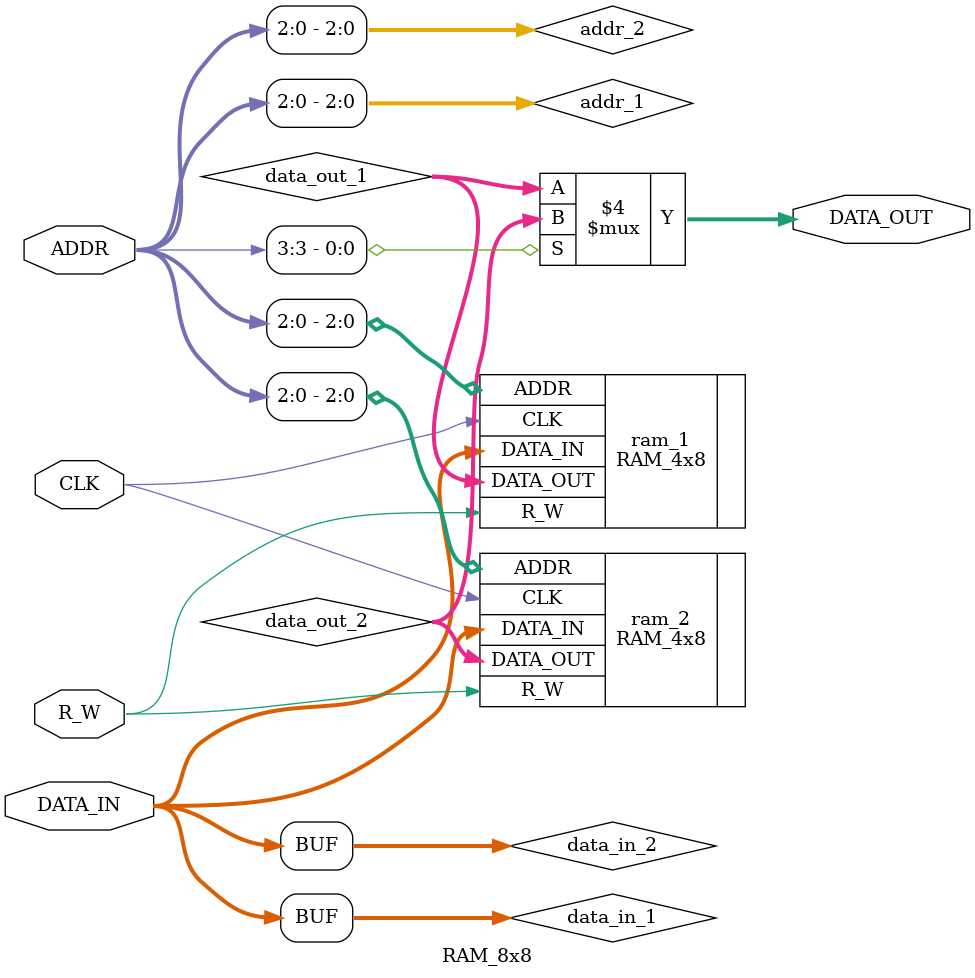
<source format=v>

module RAM_8x8 (
    input wire CLK,
    input wire R_W,
    input wire [3:0] ADDR,
    input wire [7:0] DATA_IN,
    output reg [7:0] DATA_OUT
);

wire [2:0] addr_1, addr_2;
wire [7:0] data_in_1, data_in_2;
wire [7:0] data_out_1, data_out_2;

// Divide o endereço e os dados de entrada em duas partes para as duas memórias RAM 4x8
assign addr_1 = ADDR[2:0];
assign addr_2 = ADDR[2:0];
assign data_in_1 = DATA_IN;
assign data_in_2 = DATA_IN;

// Instancia duas memórias RAM 4x8
RAM_4x8 ram_1 (
    .CLK(CLK),
    .R_W(R_W),
    .ADDR(addr_1),
    .DATA_IN(data_in_1),
    .DATA_OUT(data_out_1)
);

RAM_4x8 ram_2 (
    .CLK(CLK),
    .R_W(R_W),
    .ADDR(addr_2),
    .DATA_IN(data_in_2),
    .DATA_OUT(data_out_2)
);

// Seleciona a saída correta com base no bit de endereço mais significativo
always @* begin
    if (ADDR[3] == 1'b0) // Se o bit de endereço mais significativo for 0, seleciona a saída da primeira memória
        DATA_OUT = data_out_1;
    else // Senão, seleciona a saída da segunda memória
        DATA_OUT = data_out_2;
end

endmodule

</source>
